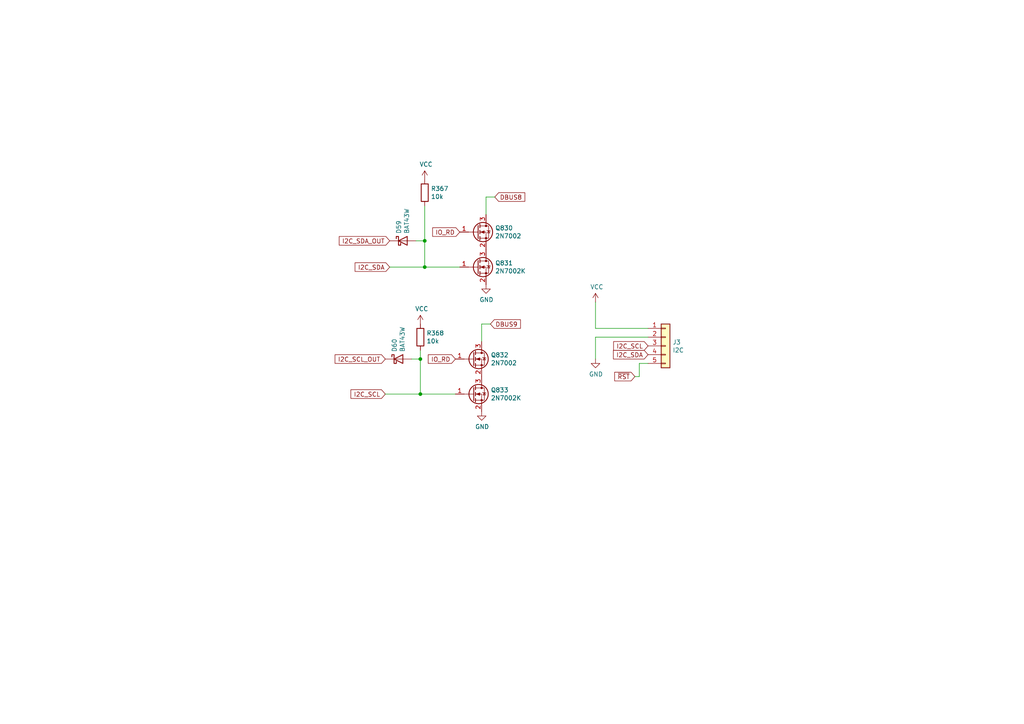
<source format=kicad_sch>
(kicad_sch (version 20211123) (generator eeschema)
  (paper "A4")
  (title_block (title "Q2 Computer") (date "2022-04-16") (rev "4c") (company "joewing.net"))
  (lib_symbols
    (symbol "Connector_Generic:Conn_01x05" (pin_names (offset 1.016) hide)
      (property "Reference" "J" (at 0 7.62 0))
      (property "Value" "Conn_01x05" (at 0 -7.62 0))
      (symbol "Conn_01x05_1_1"
        (rectangle (start -1.27 -4.953) (end 0 -5.207) (stroke (width 0.1524)))
        (rectangle (start -1.27 -2.413) (end 0 -2.667) (stroke (width 0.1524)))
        (rectangle (start -1.27 0.127) (end 0 -0.127) (stroke (width 0.1524)))
        (rectangle (start -1.27 2.667) (end 0 2.413) (stroke (width 0.1524)))
        (rectangle (start -1.27 5.207) (end 0 4.953) (stroke (width 0.1524)))
        (rectangle (start -1.27 6.35) (end 1.27 -6.35) (stroke (width 0.254)) (fill (type background)))
        (pin passive line (at -5.08 5.08 0) (length 3.81) (name "Pin_1") (number "1"))
        (pin passive line (at -5.08 2.54 0) (length 3.81) (name "Pin_2") (number "2"))
        (pin passive line (at -5.08 0 0) (length 3.81) (name "Pin_3") (number "3"))
        (pin passive line (at -5.08 -2.54 0) (length 3.81) (name "Pin_4") (number "4"))
        (pin passive line (at -5.08 -5.08 0) (length 3.81) (name "Pin_5") (number "5"))
      )
    )
    (symbol "Device:R" (pin_numbers hide) (pin_names (offset 0))
      (property "Reference" "R" (at 2.032 0 90))
      (property "Value" "R" (at 0 0 90))
      (symbol "R_0_1"
        (rectangle (start -1.016 -2.54) (end 1.016 2.54) (stroke (width 0.254)))
      )
      (symbol "R_1_1"
        (pin passive line (at 0 3.81 270) (length 1.27) (name "~") (number "1"))
        (pin passive line (at 0 -3.81 90) (length 1.27) (name "~") (number "2"))
      )
    )
    (symbol "Diode:BAT43W-V" (pin_numbers hide) (pin_names (offset 1.016) hide)
      (property "Reference" "D" (at 0 2.54 0))
      (property "Value" "BAT43W-V" (at 0 -2.54 0))
      (symbol "BAT43W-V_0_1"
        (polyline (pts (xy 1.27 0) (xy -1.27 0)))
        (polyline (pts (xy 1.27 1.27) (xy 1.27 -1.27) (xy -1.27 0) (xy 1.27 1.27)) (stroke (width 0.254)))
        (polyline (pts (xy -1.905 0.635) (xy -1.905 1.27) (xy -1.27 1.27) (xy -1.27 -1.27) (xy -0.635 -1.27) (xy -0.635 -0.635)) (stroke (width 0.254)))
      )
      (symbol "BAT43W-V_1_1"
        (pin passive line (at -3.81 0 0) (length 2.54) (name "K") (number "1"))
        (pin passive line (at 3.81 0 180) (length 2.54) (name "A") (number "2"))
      )
    )
    (symbol "Transistor_FET:2N7002" (pin_names hide)
      (property "Reference" "Q" (at 5.08 1.905 0))
      (property "Value" "2N7002" (at 5.08 0 0))
      (symbol "2N7002_0_1"
        (polyline (pts (xy 0.254 0) (xy -2.54 0)))
        (polyline (pts (xy 0.254 1.905) (xy 0.254 -1.905)) (stroke (width 0.254)))
        (polyline (pts (xy 0.762 -1.27) (xy 0.762 -2.286)) (stroke (width 0.254)))
        (polyline (pts (xy 0.762 0.508) (xy 0.762 -0.508)) (stroke (width 0.254)))
        (polyline (pts (xy 0.762 2.286) (xy 0.762 1.27)) (stroke (width 0.254)))
        (polyline (pts (xy 2.54 2.54) (xy 2.54 1.778)))
        (polyline (pts (xy 2.54 -2.54) (xy 2.54 0) (xy 0.762 0)))
        (polyline (pts (xy 0.762 -1.778) (xy 3.302 -1.778) (xy 3.302 1.778) (xy 0.762 1.778)))
        (polyline (pts (xy 1.016 0) (xy 2.032 0.381) (xy 2.032 -0.381) (xy 1.016 0)) (fill (type outline)))
        (polyline (pts (xy 2.794 0.508) (xy 2.921 0.381) (xy 3.683 0.381) (xy 3.81 0.254)))
        (polyline (pts (xy 3.302 0.381) (xy 2.921 -0.254) (xy 3.683 -0.254) (xy 3.302 0.381)))
        (circle (center 1.651 0) (radius 2.794) (stroke (width 0.254)))
        (circle (center 2.54 -1.778) (radius 0.254) (fill (type outline)))
        (circle (center 2.54 1.778) (radius 0.254) (fill (type outline)))
      )
      (symbol "2N7002_1_1"
        (pin input line (at -5.08 0 0) (length 2.54) (name "G") (number "1"))
        (pin passive line (at 2.54 -5.08 90) (length 2.54) (name "S") (number "2"))
        (pin passive line (at 2.54 5.08 270) (length 2.54) (name "D") (number "3"))
      )
    )
    (symbol "power:GND" (power) (pin_names (offset 0))
      (property "Value" "GND" (at 0 -3.81 0))
      (symbol "GND_0_1"
        (polyline (pts (xy 0 0) (xy 0 -1.27) (xy 1.27 -1.27) (xy 0 -2.54) (xy -1.27 -1.27) (xy 0 -1.27)))
      )
      (symbol "GND_1_1"
        (pin power_in line (at 0 0 270) (length 0) hide (name "GND") (number "1"))
      )
    )
    (symbol "power:VCC" (power) (pin_names (offset 0))
      (property "Value" "VCC" (at 0 3.81 0))
      (symbol "VCC_0_1"
        (polyline (pts (xy -0.762 1.27) (xy 0 2.54)))
        (polyline (pts (xy 0 0) (xy 0 2.54)))
        (polyline (pts (xy 0 2.54) (xy 0.762 1.27)))
      )
      (symbol "VCC_1_1"
        (pin power_in line (at 0 0 90) (length 0) hide (name "VCC") (number "1"))
      )
    )
  )
  (junction (at 121.92 104.14))
  (junction (at 123.19 69.85))
  (junction (at 123.19 77.47))
  (junction (at 121.92 114.3))
  (wire (pts (xy 120.65 69.85) (xy 123.19 69.85)))
  (wire (pts (xy 113.03 77.47) (xy 123.19 77.47)))
  (wire (pts (xy 172.72 97.79) (xy 187.96 97.79)))
  (wire (pts (xy 172.72 97.79) (xy 172.72 104.14)))
  (wire (pts (xy 121.92 114.3) (xy 121.92 104.14)))
  (wire (pts (xy 142.24 93.98) (xy 139.7 93.98)))
  (wire (pts (xy 187.96 95.25) (xy 172.72 95.25)))
  (wire (pts (xy 143.51 57.15) (xy 140.97 57.15)))
  (wire (pts (xy 123.19 69.85) (xy 123.19 77.47)))
  (wire (pts (xy 121.92 104.14) (xy 121.92 101.6)))
  (wire (pts (xy 140.97 57.15) (xy 140.97 62.23)))
  (wire (pts (xy 185.42 109.22) (xy 185.42 105.41)))
  (wire (pts (xy 184.15 109.22) (xy 185.42 109.22)))
  (wire (pts (xy 172.72 87.63) (xy 172.72 95.25)))
  (wire (pts (xy 123.19 69.85) (xy 123.19 59.69)))
  (wire (pts (xy 119.38 104.14) (xy 121.92 104.14)))
  (wire (pts (xy 121.92 114.3) (xy 132.08 114.3)))
  (wire (pts (xy 139.7 93.98) (xy 139.7 99.06)))
  (wire (pts (xy 111.76 114.3) (xy 121.92 114.3)))
  (wire (pts (xy 185.42 105.41) (xy 187.96 105.41)))
  (wire (pts (xy 123.19 77.47) (xy 133.35 77.47)))
  (global_label "DBUS9" (shape input) (at 142.24 93.98 0) (property "Intersheet References" "${INTERSHEET_REFS}" (effects hide)))
  (global_label "IO_RD" (shape input) (at 133.35 67.31 180) (property "Intersheet References" "${INTERSHEET_REFS}" (effects hide)))
  (global_label "I2C_SDA_OUT" (shape input) (at 113.03 69.85 180) (property "Intersheet References" "${INTERSHEET_REFS}" (effects hide)))
  (global_label "~{RST}" (shape input) (at 184.15 109.22 180) (property "Intersheet References" "${INTERSHEET_REFS}" (effects hide)))
  (global_label "I2C_SDA" (shape input) (at 113.03 77.47 180) (property "Intersheet References" "${INTERSHEET_REFS}" (effects hide)))
  (global_label "I2C_SDA" (shape input) (at 187.96 102.87 180) (property "Intersheet References" "${INTERSHEET_REFS}" (effects hide)))
  (global_label "I2C_SCL" (shape input) (at 111.76 114.3 180) (property "Intersheet References" "${INTERSHEET_REFS}" (effects hide)))
  (global_label "IO_RD" (shape input) (at 132.08 104.14 180) (property "Intersheet References" "${INTERSHEET_REFS}" (effects hide)))
  (global_label "DBUS8" (shape input) (at 143.51 57.15 0) (property "Intersheet References" "${INTERSHEET_REFS}" (effects hide)))
  (global_label "I2C_SCL" (shape input) (at 187.96 100.33 180) (property "Intersheet References" "${INTERSHEET_REFS}" (effects hide)))
  (global_label "I2C_SCL_OUT" (shape input) (at 111.76 104.14 180) (property "Intersheet References" "${INTERSHEET_REFS}" (effects hide)))
  (symbol (lib_id "Diode:BAT43W-V") (at 116.84 69.85 0) (unit 1)
    (property "Reference" "D59" (at 115.6716 67.818 90) (effects (justify left)))
    (property "Value" "BAT43W" (at 117.983 67.818 90) (effects (justify left)))
    (property "Footprint" "Diode_SMD:D_SOD-123" (effects hide))
    (property "LCSC" "C19167" (effects hide))
    (property "Manufacturer" "Changjiang Electronics Tech (CJ)" (effects hide))
    (property "Part Number" "BAT43W" (effects hide))
    (property "Package" "SOD-123" (effects hide))
    (property "Type" "SMD" (effects hide))
  )
  (symbol (lib_id "Device:R") (at 123.19 55.88 0) (unit 1)
    (property "Reference" "R367" (at 124.968 54.7116 0) (effects (justify left)))
    (property "Value" "10k" (at 124.968 57.023 0) (effects (justify left)))
    (property "Footprint" "Resistor_SMD:R_0603_1608Metric" (effects hide))
    (property "LCSC" "C25804" (effects hide))
    (property "Manufacturer" "UNI-ROYAL(Uniroyal Elec)" (effects hide))
    (property "Part Number" "0603WAF1002T5E" (effects hide))
    (property "Package" "0603" (effects hide))
    (property "Type" "SMD" (effects hide))
  )
  (symbol (lib_id "power:VCC") (at 123.19 52.07 0) (unit 1)
    (property "Reference" "#PWR0713" (effects hide))
    (property "Value" "VCC" (at 123.571 47.6758 0))
  )
  (symbol (lib_id "power:GND") (at 140.97 82.55 0) (unit 1)
    (property "Reference" "#PWR0714" (effects hide))
    (property "Value" "GND" (at 141.097 86.9442 0))
  )
  (symbol (lib_id "Diode:BAT43W-V") (at 115.57 104.14 0) (unit 1)
    (property "Reference" "D60" (at 114.4016 102.108 90) (effects (justify left)))
    (property "Value" "BAT43W" (at 116.713 102.108 90) (effects (justify left)))
    (property "Footprint" "Diode_SMD:D_SOD-123" (effects hide))
    (property "LCSC" "C19167" (effects hide))
    (property "Manufacturer" "Changjiang Electronics Tech (CJ)" (effects hide))
    (property "Part Number" "BAT43W" (effects hide))
    (property "Package" "SOD-123" (effects hide))
    (property "Type" "SMD" (effects hide))
  )
  (symbol (lib_id "Device:R") (at 121.92 97.79 0) (unit 1)
    (property "Reference" "R368" (at 123.698 96.6216 0) (effects (justify left)))
    (property "Value" "10k" (at 123.698 98.933 0) (effects (justify left)))
    (property "Footprint" "Resistor_SMD:R_0603_1608Metric" (effects hide))
    (property "LCSC" "C25804" (effects hide))
    (property "Manufacturer" "UNI-ROYAL(Uniroyal Elec)" (effects hide))
    (property "Part Number" "0603WAF1002T5E" (effects hide))
    (property "Package" "0603" (effects hide))
    (property "Type" "SMD" (effects hide))
  )
  (symbol (lib_id "power:VCC") (at 121.92 93.98 0) (unit 1)
    (property "Reference" "#PWR0716" (effects hide))
    (property "Value" "VCC" (at 122.301 89.5858 0))
  )
  (symbol (lib_id "Transistor_FET:2N7002") (at 138.43 77.47 0) (unit 1)
    (property "Reference" "Q831" (at 143.6116 76.3016 0) (effects (justify left)))
    (property "Value" "2N7002K" (at 143.6116 78.613 0) (effects (justify left)))
    (property "Footprint" "Package_TO_SOT_SMD:SOT-23" (effects hide))
    (property "LCSC" "C181083" (effects hide))
    (property "Manufacturer" "Guangdong Hottech" (effects hide))
    (property "Part Number" "2N7002K" (effects hide))
    (property "Package" "SOT-23" (effects hide))
    (property "Type" "SMD" (effects hide))
  )
  (symbol (lib_id "Transistor_FET:2N7002") (at 138.43 67.31 0) (unit 1)
    (property "Reference" "Q830" (at 143.6116 66.1416 0) (effects (justify left)))
    (property "Value" "2N7002" (at 143.6116 68.453 0) (effects (justify left)))
    (property "Footprint" "Package_TO_SOT_SMD:SOT-23" (effects hide))
    (property "LCSC" "C181083" (effects hide))
    (property "Manufacturer" "Guangdong Hottech" (effects hide))
    (property "Part Number" "2N7002" (effects hide))
    (property "Package" "SOT-23" (effects hide))
    (property "Type" "SMD" (effects hide))
  )
  (symbol (lib_id "power:GND") (at 172.72 104.14 0) (unit 1)
    (property "Reference" "#PWR0717" (effects hide))
    (property "Value" "GND" (at 172.847 108.5342 0))
  )
  (symbol (lib_id "power:VCC") (at 172.72 87.63 0) (unit 1)
    (property "Reference" "#PWR0715" (effects hide))
    (property "Value" "VCC" (at 173.101 83.2358 0))
  )
  (symbol (lib_id "power:GND") (at 139.7 119.38 0) (unit 1)
    (property "Reference" "#PWR0718" (effects hide))
    (property "Value" "GND" (at 139.827 123.7742 0))
  )
  (symbol (lib_id "Transistor_FET:2N7002") (at 137.16 114.3 0) (unit 1)
    (property "Reference" "Q833" (at 142.3416 113.1316 0) (effects (justify left)))
    (property "Value" "2N7002K" (at 142.3416 115.443 0) (effects (justify left)))
    (property "Footprint" "Package_TO_SOT_SMD:SOT-23" (effects hide))
    (property "LCSC" "C181083" (effects hide))
    (property "Manufacturer" "Guangdong Hottech" (effects hide))
    (property "Part Number" "2N7002K" (effects hide))
    (property "Package" "SOT-23" (effects hide))
    (property "Type" "SMD" (effects hide))
  )
  (symbol (lib_id "Transistor_FET:2N7002") (at 137.16 104.14 0) (unit 1)
    (property "Reference" "Q832" (at 142.3416 102.9716 0) (effects (justify left)))
    (property "Value" "2N7002" (at 142.3416 105.283 0) (effects (justify left)))
    (property "Footprint" "Package_TO_SOT_SMD:SOT-23" (effects hide))
    (property "LCSC" "C181083" (effects hide))
    (property "Manufacturer" "Guangdong Hottech" (effects hide))
    (property "Part Number" "2N7002" (effects hide))
    (property "Package" "SOT-23" (effects hide))
    (property "Type" "SMD" (effects hide))
  )
  (symbol (lib_id "Connector_Generic:Conn_01x05") (at 193.04 100.33 0) (unit 1)
    (property "Reference" "J3" (at 195.072 99.2632 0) (effects (justify left)))
    (property "Value" "I2C" (at 195.072 101.5746 0) (effects (justify left)))
    (property "Footprint" "Connector_PinHeader_2.54mm:PinHeader_1x05_P2.54mm_Horizontal" (effects hide))
  )
)
</source>
